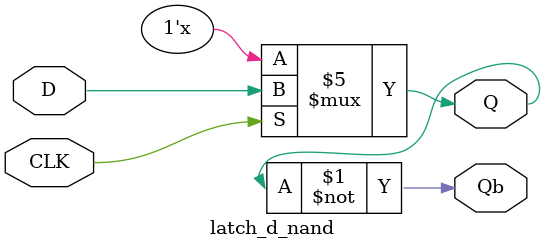
<source format=v>
`timescale 1ns/1ps

module latch_d_nand (
    input  wire D,     // Entrada de Dados (Data)
    input  wire CLK,   // Entrada de Habilitação (Clock/Enable)
    output reg  Q,     // Saída Principal
    output wire Qb     // Saída Complementar (Q barra)
);

    // A saída complementar é sempre o inverso de Q
    assign Qb = ~Q;

    // Inicialização para simulação (Q começa em 0 conforme exercício)
    initial begin
        Q = 1'b0;
    end

    // Bloco Always descrevendo o comportamento do Latch
    // A lista de sensibilidade inclui CLK e D, pois ambos podem alterar a saída
    always @(CLK or D) begin
        if (CLK) begin
            // Modo Transparente:
            // Quando CLK é ALTO (1), a saída Q reflete imediatamente a entrada D.
            // Qualquer mudança em D será vista em Q.
            Q = D;
        end
        // else:
        // Modo Memória (Latch):
        // Quando CLK é BAIXO (0), o bloco não executa nada (implícito),
        // mantendo o valor anterior de Q armazenado.
    end

endmodule
</source>
